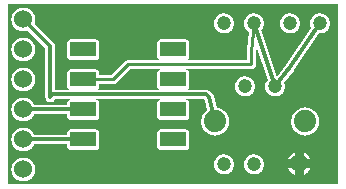
<source format=gtl>
G04 ---------------------------- Layer name :TOP LAYER*
G04 easyEDA 0.1*
G04 Scale: 100 percent, Rotated: No, Reflected: No *
G04 Dimensions in inches *
G04 leading zeros omitted , absolute positions ,2 integer and 4 * 
%FSLAX24Y24*%
%MOIN*%
G90*
G70D02*

%ADD10C,0.010000*%
%ADD11C,0.012000*%
%ADD12R,0.085900X0.047700*%
%ADD13C,0.047000*%
%ADD15C,0.074000*%
%ADD17C,0.060000*%

%LPD*%
G36*
G01X0Y0D02*
G01X0Y6000D01*
G01X11000Y6000D01*
G01X11000Y0D01*
G01X0Y0D01*
G37*

%LPC*%
G36*
G01X9403Y5035D02*
G01X9460Y5042D01*
G01X9514Y5058D01*
G01X9564Y5084D01*
G01X9610Y5118D01*
G01X9650Y5159D01*
G01X9681Y5206D01*
G01X9705Y5258D01*
G01X9719Y5313D01*
G01X9724Y5369D01*
G01X9719Y5426D01*
G01X9705Y5481D01*
G01X9681Y5533D01*
G01X9650Y5580D01*
G01X9610Y5621D01*
G01X9564Y5655D01*
G01X9514Y5681D01*
G01X9460Y5697D01*
G01X9403Y5704D01*
G01X9346Y5702D01*
G01X9291Y5690D01*
G01X9238Y5668D01*
G01X9189Y5639D01*
G01X9147Y5601D01*
G01X9111Y5557D01*
G01X9084Y5507D01*
G01X9064Y5454D01*
G01X9055Y5398D01*
G01X9055Y5341D01*
G01X9064Y5285D01*
G01X9084Y5232D01*
G01X9111Y5182D01*
G01X9147Y5138D01*
G01X9189Y5100D01*
G01X9238Y5071D01*
G01X9291Y5049D01*
G01X9346Y5037D01*
G01X9403Y5035D01*
G37*
G36*
G01X9550Y330D02*
G01X9550Y550D01*
G01X9328Y550D01*
G01X9356Y495D01*
G01X9391Y445D01*
G01X9433Y401D01*
G01X9482Y364D01*
G01X9536Y334D01*
G01X9550Y330D01*
G37*
G36*
G01X8203Y335D02*
G01X8260Y342D01*
G01X8314Y358D01*
G01X8364Y384D01*
G01X8410Y418D01*
G01X8450Y459D01*
G01X8481Y506D01*
G01X8505Y558D01*
G01X8519Y613D01*
G01X8524Y669D01*
G01X8519Y726D01*
G01X8505Y781D01*
G01X8481Y833D01*
G01X8450Y880D01*
G01X8410Y921D01*
G01X8364Y955D01*
G01X8314Y981D01*
G01X8260Y997D01*
G01X8203Y1004D01*
G01X8146Y1002D01*
G01X8091Y990D01*
G01X8038Y968D01*
G01X7989Y939D01*
G01X7947Y901D01*
G01X7911Y857D01*
G01X7884Y807D01*
G01X7864Y754D01*
G01X7855Y698D01*
G01X7855Y641D01*
G01X7864Y585D01*
G01X7884Y532D01*
G01X7911Y482D01*
G01X7947Y438D01*
G01X7989Y400D01*
G01X8038Y371D01*
G01X8091Y349D01*
G01X8146Y337D01*
G01X8203Y335D01*
G37*
G36*
G01X7203Y335D02*
G01X7260Y342D01*
G01X7314Y358D01*
G01X7364Y384D01*
G01X7410Y418D01*
G01X7450Y459D01*
G01X7481Y506D01*
G01X7505Y558D01*
G01X7519Y613D01*
G01X7524Y669D01*
G01X7519Y726D01*
G01X7505Y781D01*
G01X7481Y833D01*
G01X7450Y880D01*
G01X7410Y921D01*
G01X7364Y955D01*
G01X7314Y981D01*
G01X7260Y997D01*
G01X7203Y1004D01*
G01X7146Y1002D01*
G01X7091Y990D01*
G01X7038Y968D01*
G01X6989Y939D01*
G01X6947Y901D01*
G01X6911Y857D01*
G01X6884Y807D01*
G01X6864Y754D01*
G01X6855Y698D01*
G01X6855Y641D01*
G01X6864Y585D01*
G01X6884Y532D01*
G01X6911Y482D01*
G01X6947Y438D01*
G01X6989Y400D01*
G01X7038Y371D01*
G01X7091Y349D01*
G01X7146Y337D01*
G01X7203Y335D01*
G37*
G36*
G01X9850Y850D02*
G01X10069Y850D01*
G01X10058Y877D01*
G01X10027Y930D01*
G01X9988Y977D01*
G01X9942Y1018D01*
G01X9891Y1051D01*
G01X9850Y1069D01*
G01X9850Y850D01*
G37*
G36*
G01X9328Y850D02*
G01X9550Y850D01*
G01X9550Y1069D01*
G01X9536Y1065D01*
G01X9482Y1035D01*
G01X9433Y998D01*
G01X9391Y954D01*
G01X9356Y904D01*
G01X9328Y850D01*
G37*
G36*
G01X515Y1100D02*
G01X576Y1107D01*
G01X634Y1123D01*
G01X691Y1148D01*
G01X742Y1181D01*
G01X788Y1222D01*
G01X827Y1269D01*
G01X858Y1322D01*
G01X865Y1340D01*
G01X1969Y1340D01*
G01X1969Y1261D01*
G01X1975Y1230D01*
G01X1988Y1202D01*
G01X2011Y1180D01*
G01X2038Y1166D01*
G01X2069Y1161D01*
G01X2929Y1161D01*
G01X2960Y1166D01*
G01X2988Y1180D01*
G01X3010Y1202D01*
G01X3024Y1230D01*
G01X3029Y1261D01*
G01X3029Y1738D01*
G01X3024Y1769D01*
G01X3010Y1797D01*
G01X2988Y1819D01*
G01X2960Y1833D01*
G01X2929Y1838D01*
G01X2069Y1838D01*
G01X2038Y1833D01*
G01X2011Y1819D01*
G01X1988Y1797D01*
G01X1975Y1769D01*
G01X1969Y1738D01*
G01X1969Y1659D01*
G01X865Y1659D01*
G01X858Y1677D01*
G01X827Y1730D01*
G01X788Y1777D01*
G01X742Y1818D01*
G01X691Y1851D01*
G01X634Y1876D01*
G01X576Y1892D01*
G01X515Y1899D01*
G01X453Y1897D01*
G01X393Y1885D01*
G01X336Y1865D01*
G01X282Y1835D01*
G01X233Y1798D01*
G01X191Y1754D01*
G01X156Y1704D01*
G01X128Y1649D01*
G01X110Y1591D01*
G01X101Y1530D01*
G01X101Y1469D01*
G01X110Y1408D01*
G01X128Y1350D01*
G01X156Y1295D01*
G01X191Y1245D01*
G01X233Y1201D01*
G01X282Y1164D01*
G01X336Y1134D01*
G01X393Y1114D01*
G01X453Y1102D01*
G01X515Y1100D01*
G37*
G36*
G01X5069Y1161D02*
G01X5929Y1161D01*
G01X5960Y1166D01*
G01X5988Y1180D01*
G01X6010Y1202D01*
G01X6024Y1230D01*
G01X6029Y1261D01*
G01X6029Y1738D01*
G01X6024Y1769D01*
G01X6010Y1797D01*
G01X5988Y1819D01*
G01X5960Y1833D01*
G01X5929Y1838D01*
G01X5069Y1838D01*
G01X5038Y1833D01*
G01X5011Y1819D01*
G01X4988Y1797D01*
G01X4975Y1769D01*
G01X4969Y1738D01*
G01X4969Y1261D01*
G01X4975Y1230D01*
G01X4988Y1202D01*
G01X5011Y1180D01*
G01X5038Y1166D01*
G01X5069Y1161D01*
G37*
G36*
G01X6900Y1630D02*
G01X6966Y1634D01*
G01X7032Y1648D01*
G01X7094Y1672D01*
G01X7153Y1704D01*
G01X7207Y1744D01*
G01X7255Y1792D01*
G01X7295Y1846D01*
G01X7327Y1905D01*
G01X7351Y1967D01*
G01X7364Y2033D01*
G01X7369Y2100D01*
G01X7364Y2166D01*
G01X7351Y2232D01*
G01X7327Y2294D01*
G01X7295Y2353D01*
G01X7255Y2407D01*
G01X7207Y2455D01*
G01X7153Y2495D01*
G01X7094Y2527D01*
G01X7032Y2551D01*
G01X6966Y2565D01*
G01X6948Y2566D01*
G01X6855Y2938D01*
G01X6850Y2955D01*
G01X6843Y2971D01*
G01X6835Y2986D01*
G01X6824Y3000D01*
G01X6813Y3013D01*
G01X6713Y3113D01*
G01X6693Y3129D01*
G01X6672Y3142D01*
G01X6649Y3152D01*
G01X6625Y3157D01*
G01X6600Y3159D01*
G01X1559Y3159D01*
G01X1559Y4600D01*
G01X1557Y4625D01*
G01X1552Y4649D01*
G01X1542Y4672D01*
G01X1529Y4693D01*
G01X1513Y4713D01*
G01X871Y5355D01*
G01X881Y5379D01*
G01X895Y5438D01*
G01X900Y5500D01*
G01X895Y5561D01*
G01X881Y5620D01*
G01X858Y5677D01*
G01X827Y5730D01*
G01X788Y5777D01*
G01X742Y5818D01*
G01X691Y5851D01*
G01X634Y5876D01*
G01X576Y5892D01*
G01X515Y5899D01*
G01X453Y5897D01*
G01X393Y5885D01*
G01X336Y5865D01*
G01X282Y5835D01*
G01X233Y5798D01*
G01X191Y5754D01*
G01X156Y5704D01*
G01X128Y5649D01*
G01X110Y5591D01*
G01X101Y5530D01*
G01X101Y5469D01*
G01X110Y5408D01*
G01X128Y5350D01*
G01X156Y5295D01*
G01X191Y5245D01*
G01X233Y5201D01*
G01X282Y5164D01*
G01X336Y5134D01*
G01X393Y5114D01*
G01X453Y5102D01*
G01X515Y5100D01*
G01X576Y5107D01*
G01X634Y5123D01*
G01X645Y5127D01*
G01X1240Y4533D01*
G01X1240Y2900D01*
G01X1246Y2853D01*
G01X1267Y2811D01*
G01X1298Y2776D01*
G01X1338Y2752D01*
G01X1384Y2740D01*
G01X1431Y2743D01*
G01X1475Y2758D01*
G01X1513Y2786D01*
G01X1566Y2840D01*
G01X6533Y2840D01*
G01X6556Y2817D01*
G01X6637Y2489D01*
G01X6592Y2455D01*
G01X6544Y2407D01*
G01X6504Y2353D01*
G01X6472Y2294D01*
G01X6448Y2232D01*
G01X6435Y2166D01*
G01X6430Y2100D01*
G01X6435Y2033D01*
G01X6448Y1967D01*
G01X6472Y1905D01*
G01X6504Y1846D01*
G01X6544Y1792D01*
G01X6592Y1744D01*
G01X6646Y1704D01*
G01X6705Y1672D01*
G01X6767Y1648D01*
G01X6833Y1634D01*
G01X6900Y1630D01*
G37*
G36*
G01X9900Y1630D02*
G01X9966Y1634D01*
G01X10032Y1648D01*
G01X10094Y1672D01*
G01X10153Y1704D01*
G01X10207Y1744D01*
G01X10255Y1792D01*
G01X10295Y1846D01*
G01X10327Y1905D01*
G01X10351Y1967D01*
G01X10364Y2033D01*
G01X10369Y2100D01*
G01X10364Y2166D01*
G01X10351Y2232D01*
G01X10327Y2294D01*
G01X10295Y2353D01*
G01X10255Y2407D01*
G01X10207Y2455D01*
G01X10153Y2495D01*
G01X10094Y2527D01*
G01X10032Y2551D01*
G01X9966Y2565D01*
G01X9900Y2569D01*
G01X9833Y2565D01*
G01X9767Y2551D01*
G01X9705Y2527D01*
G01X9646Y2495D01*
G01X9592Y2455D01*
G01X9544Y2407D01*
G01X9504Y2353D01*
G01X9472Y2294D01*
G01X9448Y2232D01*
G01X9435Y2166D01*
G01X9430Y2100D01*
G01X9435Y2033D01*
G01X9448Y1967D01*
G01X9472Y1905D01*
G01X9504Y1846D01*
G01X9544Y1792D01*
G01X9592Y1744D01*
G01X9646Y1704D01*
G01X9705Y1672D01*
G01X9767Y1648D01*
G01X9833Y1634D01*
G01X9900Y1630D01*
G37*
G36*
G01X9850Y330D02*
G01X9891Y348D01*
G01X9942Y381D01*
G01X9988Y422D01*
G01X10027Y469D01*
G01X10058Y522D01*
G01X10069Y550D01*
G01X9850Y550D01*
G01X9850Y330D01*
G37*
G36*
G01X5069Y2161D02*
G01X5929Y2161D01*
G01X5960Y2166D01*
G01X5988Y2180D01*
G01X6010Y2202D01*
G01X6024Y2230D01*
G01X6029Y2261D01*
G01X6029Y2738D01*
G01X6024Y2769D01*
G01X6010Y2797D01*
G01X5988Y2819D01*
G01X5960Y2833D01*
G01X5929Y2838D01*
G01X5069Y2838D01*
G01X5038Y2833D01*
G01X5011Y2819D01*
G01X4988Y2797D01*
G01X4975Y2769D01*
G01X4969Y2738D01*
G01X4969Y2261D01*
G01X4975Y2230D01*
G01X4988Y2202D01*
G01X5011Y2180D01*
G01X5038Y2166D01*
G01X5069Y2161D01*
G37*
G36*
G01X515Y100D02*
G01X576Y107D01*
G01X634Y123D01*
G01X691Y148D01*
G01X742Y181D01*
G01X788Y222D01*
G01X827Y269D01*
G01X858Y322D01*
G01X881Y379D01*
G01X895Y438D01*
G01X900Y500D01*
G01X895Y561D01*
G01X881Y620D01*
G01X858Y677D01*
G01X827Y730D01*
G01X788Y777D01*
G01X742Y818D01*
G01X691Y851D01*
G01X634Y876D01*
G01X576Y892D01*
G01X515Y899D01*
G01X453Y897D01*
G01X393Y885D01*
G01X336Y865D01*
G01X282Y835D01*
G01X233Y798D01*
G01X191Y754D01*
G01X156Y704D01*
G01X128Y649D01*
G01X110Y591D01*
G01X101Y530D01*
G01X101Y469D01*
G01X110Y408D01*
G01X128Y350D01*
G01X156Y295D01*
G01X191Y245D01*
G01X233Y201D01*
G01X282Y164D01*
G01X336Y134D01*
G01X393Y114D01*
G01X453Y102D01*
G01X515Y100D01*
G37*
G36*
G01X8903Y2935D02*
G01X8960Y2942D01*
G01X9014Y2958D01*
G01X9064Y2984D01*
G01X9110Y3018D01*
G01X9150Y3059D01*
G01X9181Y3106D01*
G01X9205Y3158D01*
G01X9219Y3213D01*
G01X9224Y3269D01*
G01X9219Y3326D01*
G01X9205Y3381D01*
G01X9198Y3397D01*
G01X9524Y3799D01*
G01X9532Y3810D01*
G01X10358Y5037D01*
G01X10403Y5035D01*
G01X10460Y5042D01*
G01X10514Y5058D01*
G01X10564Y5084D01*
G01X10610Y5118D01*
G01X10650Y5159D01*
G01X10681Y5206D01*
G01X10705Y5258D01*
G01X10719Y5313D01*
G01X10724Y5369D01*
G01X10719Y5426D01*
G01X10705Y5481D01*
G01X10681Y5533D01*
G01X10650Y5580D01*
G01X10610Y5621D01*
G01X10564Y5655D01*
G01X10514Y5681D01*
G01X10460Y5697D01*
G01X10403Y5704D01*
G01X10346Y5702D01*
G01X10291Y5690D01*
G01X10238Y5668D01*
G01X10189Y5639D01*
G01X10147Y5601D01*
G01X10111Y5557D01*
G01X10084Y5507D01*
G01X10064Y5454D01*
G01X10055Y5398D01*
G01X10055Y5341D01*
G01X10064Y5285D01*
G01X10084Y5232D01*
G01X10093Y5216D01*
G01X9270Y3994D01*
G01X8950Y3598D01*
G01X8948Y3598D01*
G01X8433Y5142D01*
G01X8450Y5159D01*
G01X8481Y5206D01*
G01X8505Y5258D01*
G01X8519Y5313D01*
G01X8524Y5369D01*
G01X8519Y5426D01*
G01X8505Y5481D01*
G01X8481Y5533D01*
G01X8450Y5580D01*
G01X8410Y5621D01*
G01X8364Y5655D01*
G01X8314Y5681D01*
G01X8260Y5697D01*
G01X8203Y5704D01*
G01X8146Y5702D01*
G01X8091Y5690D01*
G01X8038Y5668D01*
G01X7989Y5639D01*
G01X7947Y5601D01*
G01X7911Y5557D01*
G01X7884Y5507D01*
G01X7864Y5454D01*
G01X7855Y5398D01*
G01X7855Y5341D01*
G01X7864Y5285D01*
G01X7884Y5232D01*
G01X7911Y5182D01*
G01X7947Y5138D01*
G01X7989Y5100D01*
G01X8011Y5087D01*
G01X7950Y4474D01*
G01X7950Y4459D01*
G01X7950Y4150D01*
G01X4000Y4150D01*
G01X3976Y4148D01*
G01X3953Y4142D01*
G01X3931Y4133D01*
G01X3911Y4121D01*
G01X3893Y4106D01*
G01X3437Y3650D01*
G01X3029Y3650D01*
G01X3029Y3738D01*
G01X3024Y3769D01*
G01X3010Y3797D01*
G01X2988Y3819D01*
G01X2960Y3833D01*
G01X2929Y3838D01*
G01X2069Y3838D01*
G01X2038Y3833D01*
G01X2011Y3819D01*
G01X1988Y3797D01*
G01X1975Y3769D01*
G01X1969Y3738D01*
G01X1969Y3261D01*
G01X1975Y3230D01*
G01X1988Y3202D01*
G01X2011Y3180D01*
G01X2038Y3166D01*
G01X2069Y3161D01*
G01X2929Y3161D01*
G01X2960Y3166D01*
G01X2988Y3180D01*
G01X3010Y3202D01*
G01X3024Y3230D01*
G01X3029Y3261D01*
G01X3029Y3350D01*
G01X3500Y3350D01*
G01X3523Y3351D01*
G01X3546Y3357D01*
G01X3568Y3366D01*
G01X3588Y3378D01*
G01X3606Y3393D01*
G01X4062Y3850D01*
G01X8100Y3850D01*
G01X8146Y3857D01*
G01X8188Y3878D01*
G01X8221Y3911D01*
G01X8242Y3953D01*
G01X8250Y4000D01*
G01X8250Y4451D01*
G01X8267Y4630D01*
G01X8644Y3498D01*
G01X8611Y3457D01*
G01X8584Y3407D01*
G01X8564Y3354D01*
G01X8555Y3298D01*
G01X8555Y3241D01*
G01X8564Y3185D01*
G01X8584Y3132D01*
G01X8611Y3082D01*
G01X8647Y3038D01*
G01X8689Y3000D01*
G01X8738Y2971D01*
G01X8791Y2949D01*
G01X8846Y2937D01*
G01X8903Y2935D01*
G37*
G36*
G01X7903Y2935D02*
G01X7960Y2942D01*
G01X8014Y2958D01*
G01X8064Y2984D01*
G01X8110Y3018D01*
G01X8150Y3059D01*
G01X8181Y3106D01*
G01X8205Y3158D01*
G01X8219Y3213D01*
G01X8224Y3269D01*
G01X8219Y3326D01*
G01X8205Y3381D01*
G01X8181Y3433D01*
G01X8150Y3480D01*
G01X8110Y3521D01*
G01X8064Y3555D01*
G01X8014Y3581D01*
G01X7960Y3597D01*
G01X7903Y3604D01*
G01X7846Y3602D01*
G01X7791Y3590D01*
G01X7738Y3568D01*
G01X7689Y3539D01*
G01X7647Y3501D01*
G01X7611Y3457D01*
G01X7584Y3407D01*
G01X7564Y3354D01*
G01X7555Y3298D01*
G01X7555Y3241D01*
G01X7564Y3185D01*
G01X7584Y3132D01*
G01X7611Y3082D01*
G01X7647Y3038D01*
G01X7689Y3000D01*
G01X7738Y2971D01*
G01X7791Y2949D01*
G01X7846Y2937D01*
G01X7903Y2935D01*
G37*
G36*
G01X515Y3100D02*
G01X576Y3107D01*
G01X634Y3123D01*
G01X691Y3148D01*
G01X742Y3181D01*
G01X788Y3222D01*
G01X827Y3269D01*
G01X858Y3322D01*
G01X881Y3379D01*
G01X895Y3438D01*
G01X900Y3500D01*
G01X895Y3561D01*
G01X881Y3620D01*
G01X858Y3677D01*
G01X827Y3730D01*
G01X788Y3777D01*
G01X742Y3818D01*
G01X691Y3851D01*
G01X634Y3876D01*
G01X576Y3892D01*
G01X515Y3899D01*
G01X453Y3897D01*
G01X393Y3885D01*
G01X336Y3865D01*
G01X282Y3835D01*
G01X233Y3798D01*
G01X191Y3754D01*
G01X156Y3704D01*
G01X128Y3649D01*
G01X110Y3591D01*
G01X101Y3530D01*
G01X101Y3469D01*
G01X110Y3408D01*
G01X128Y3350D01*
G01X156Y3295D01*
G01X191Y3245D01*
G01X233Y3201D01*
G01X282Y3164D01*
G01X336Y3134D01*
G01X393Y3114D01*
G01X453Y3102D01*
G01X515Y3100D01*
G37*
G36*
G01X5069Y3161D02*
G01X5929Y3161D01*
G01X5960Y3166D01*
G01X5988Y3180D01*
G01X6010Y3202D01*
G01X6024Y3230D01*
G01X6029Y3261D01*
G01X6029Y3738D01*
G01X6024Y3769D01*
G01X6010Y3797D01*
G01X5988Y3819D01*
G01X5960Y3833D01*
G01X5929Y3838D01*
G01X5069Y3838D01*
G01X5038Y3833D01*
G01X5011Y3819D01*
G01X4988Y3797D01*
G01X4975Y3769D01*
G01X4969Y3738D01*
G01X4969Y3261D01*
G01X4975Y3230D01*
G01X4988Y3202D01*
G01X5011Y3180D01*
G01X5038Y3166D01*
G01X5069Y3161D01*
G37*
G36*
G01X515Y4100D02*
G01X576Y4107D01*
G01X634Y4123D01*
G01X691Y4148D01*
G01X742Y4181D01*
G01X788Y4222D01*
G01X827Y4269D01*
G01X858Y4322D01*
G01X881Y4379D01*
G01X895Y4438D01*
G01X900Y4500D01*
G01X895Y4561D01*
G01X881Y4620D01*
G01X858Y4677D01*
G01X827Y4730D01*
G01X788Y4777D01*
G01X742Y4818D01*
G01X691Y4851D01*
G01X634Y4876D01*
G01X576Y4892D01*
G01X515Y4899D01*
G01X453Y4897D01*
G01X393Y4885D01*
G01X336Y4865D01*
G01X282Y4835D01*
G01X233Y4798D01*
G01X191Y4754D01*
G01X156Y4704D01*
G01X128Y4649D01*
G01X110Y4591D01*
G01X101Y4530D01*
G01X101Y4469D01*
G01X110Y4408D01*
G01X128Y4350D01*
G01X156Y4295D01*
G01X191Y4245D01*
G01X233Y4201D01*
G01X282Y4164D01*
G01X336Y4134D01*
G01X393Y4114D01*
G01X453Y4102D01*
G01X515Y4100D01*
G37*
G36*
G01X5069Y4161D02*
G01X5929Y4161D01*
G01X5960Y4166D01*
G01X5988Y4180D01*
G01X6010Y4202D01*
G01X6024Y4230D01*
G01X6029Y4261D01*
G01X6029Y4738D01*
G01X6024Y4769D01*
G01X6010Y4797D01*
G01X5988Y4819D01*
G01X5960Y4833D01*
G01X5929Y4838D01*
G01X5069Y4838D01*
G01X5038Y4833D01*
G01X5011Y4819D01*
G01X4988Y4797D01*
G01X4975Y4769D01*
G01X4969Y4738D01*
G01X4969Y4261D01*
G01X4975Y4230D01*
G01X4988Y4202D01*
G01X5011Y4180D01*
G01X5038Y4166D01*
G01X5069Y4161D01*
G37*
G36*
G01X2069Y4161D02*
G01X2929Y4161D01*
G01X2960Y4166D01*
G01X2988Y4180D01*
G01X3010Y4202D01*
G01X3024Y4230D01*
G01X3029Y4261D01*
G01X3029Y4738D01*
G01X3024Y4769D01*
G01X3010Y4797D01*
G01X2988Y4819D01*
G01X2960Y4833D01*
G01X2929Y4838D01*
G01X2069Y4838D01*
G01X2038Y4833D01*
G01X2011Y4819D01*
G01X1988Y4797D01*
G01X1975Y4769D01*
G01X1969Y4738D01*
G01X1969Y4261D01*
G01X1975Y4230D01*
G01X1988Y4202D01*
G01X2011Y4180D01*
G01X2038Y4166D01*
G01X2069Y4161D01*
G37*
G36*
G01X7203Y5035D02*
G01X7260Y5042D01*
G01X7314Y5058D01*
G01X7364Y5084D01*
G01X7410Y5118D01*
G01X7450Y5159D01*
G01X7481Y5206D01*
G01X7505Y5258D01*
G01X7519Y5313D01*
G01X7524Y5369D01*
G01X7519Y5426D01*
G01X7505Y5481D01*
G01X7481Y5533D01*
G01X7450Y5580D01*
G01X7410Y5621D01*
G01X7364Y5655D01*
G01X7314Y5681D01*
G01X7260Y5697D01*
G01X7203Y5704D01*
G01X7146Y5702D01*
G01X7091Y5690D01*
G01X7038Y5668D01*
G01X6989Y5639D01*
G01X6947Y5601D01*
G01X6911Y5557D01*
G01X6884Y5507D01*
G01X6864Y5454D01*
G01X6855Y5398D01*
G01X6855Y5341D01*
G01X6864Y5285D01*
G01X6884Y5232D01*
G01X6911Y5182D01*
G01X6947Y5138D01*
G01X6989Y5100D01*
G01X7038Y5071D01*
G01X7091Y5049D01*
G01X7146Y5037D01*
G01X7203Y5035D01*
G37*
G36*
G01X515Y2100D02*
G01X576Y2107D01*
G01X634Y2123D01*
G01X691Y2148D01*
G01X742Y2181D01*
G01X788Y2222D01*
G01X827Y2269D01*
G01X858Y2322D01*
G01X865Y2340D01*
G01X1969Y2340D01*
G01X1969Y2261D01*
G01X1975Y2230D01*
G01X1988Y2202D01*
G01X2011Y2180D01*
G01X2038Y2166D01*
G01X2069Y2161D01*
G01X2929Y2161D01*
G01X2960Y2166D01*
G01X2988Y2180D01*
G01X3010Y2202D01*
G01X3024Y2230D01*
G01X3029Y2261D01*
G01X3029Y2738D01*
G01X3024Y2769D01*
G01X3010Y2797D01*
G01X2988Y2819D01*
G01X2960Y2833D01*
G01X2929Y2838D01*
G01X2069Y2838D01*
G01X2038Y2833D01*
G01X2011Y2819D01*
G01X1988Y2797D01*
G01X1975Y2769D01*
G01X1969Y2738D01*
G01X1969Y2659D01*
G01X865Y2659D01*
G01X858Y2677D01*
G01X827Y2730D01*
G01X788Y2777D01*
G01X742Y2818D01*
G01X691Y2851D01*
G01X634Y2876D01*
G01X576Y2892D01*
G01X515Y2899D01*
G01X453Y2897D01*
G01X393Y2885D01*
G01X336Y2865D01*
G01X282Y2835D01*
G01X233Y2798D01*
G01X191Y2754D01*
G01X156Y2704D01*
G01X128Y2649D01*
G01X110Y2591D01*
G01X101Y2530D01*
G01X101Y2469D01*
G01X110Y2408D01*
G01X128Y2350D01*
G01X156Y2295D01*
G01X191Y2245D01*
G01X233Y2201D01*
G01X282Y2164D01*
G01X336Y2134D01*
G01X393Y2114D01*
G01X453Y2102D01*
G01X515Y2100D01*
G37*

%LPD*%
G54D11*
G01X8889Y3269D02*
G01X8189Y5369D01*
G54D10*
G01X2500Y3500D02*
G01X3500Y3500D01*
G01X4000Y4000D01*
G01X8100Y4000D01*
G01X8100Y4459D01*
G01X8189Y5369D01*
G54D11*
G01X2500Y2500D02*
G01X500Y2500D01*
G01X2500Y1500D02*
G01X500Y1500D01*
G01X6900Y2100D02*
G01X6700Y2900D01*
G01X6600Y3000D01*
G01X1500Y3000D01*
G01X1400Y2900D01*
G01X1400Y4600D01*
G01X500Y5500D01*
G01X8889Y3269D02*
G01X9400Y3900D01*
G01X10389Y5369D01*
G54D12*
G01X2500Y4500D03*
G01X2500Y3500D03*
G01X5500Y3500D03*
G01X5500Y4500D03*
G01X2500Y2500D03*
G01X2500Y1500D03*
G01X5500Y2500D03*
G01X5500Y1500D03*
G54D13*
G01X9389Y5369D03*
G01X10389Y5369D03*
G54D15*
G01X9900Y2100D03*
G01X6900Y2100D03*
G54D13*
G01X7889Y3269D03*
G01X8889Y3269D03*
G01X7189Y669D03*
G01X8189Y669D03*
G01X7189Y5369D03*
G01X8189Y5369D03*
G54D17*
G01X500Y500D03*
G01X500Y5500D03*
G01X500Y3500D03*
G01X500Y2500D03*
G01X500Y1500D03*
G01X500Y4500D03*
G01X9700Y700D03*
G54D12*
G01X2500Y4500D03*
G01X2500Y3500D03*
G01X5500Y3500D03*
G01X5500Y4500D03*
G01X2500Y2500D03*
G01X2500Y1500D03*
G01X5500Y2500D03*
G01X5500Y1500D03*
G54D13*
G01X9389Y5369D03*
G01X10389Y5369D03*
G54D15*
G01X9900Y2100D03*
G01X6900Y2100D03*
G54D13*
G01X7889Y3269D03*
G01X8889Y3269D03*
G01X7189Y669D03*
G01X8189Y669D03*
G01X7189Y5369D03*
G01X8189Y5369D03*
G54D17*
G01X500Y500D03*
G01X500Y5500D03*
G01X500Y3500D03*
G01X500Y2500D03*
G01X500Y1500D03*
G01X500Y4500D03*
G01X9700Y700D03*

M00*
M02*
</source>
